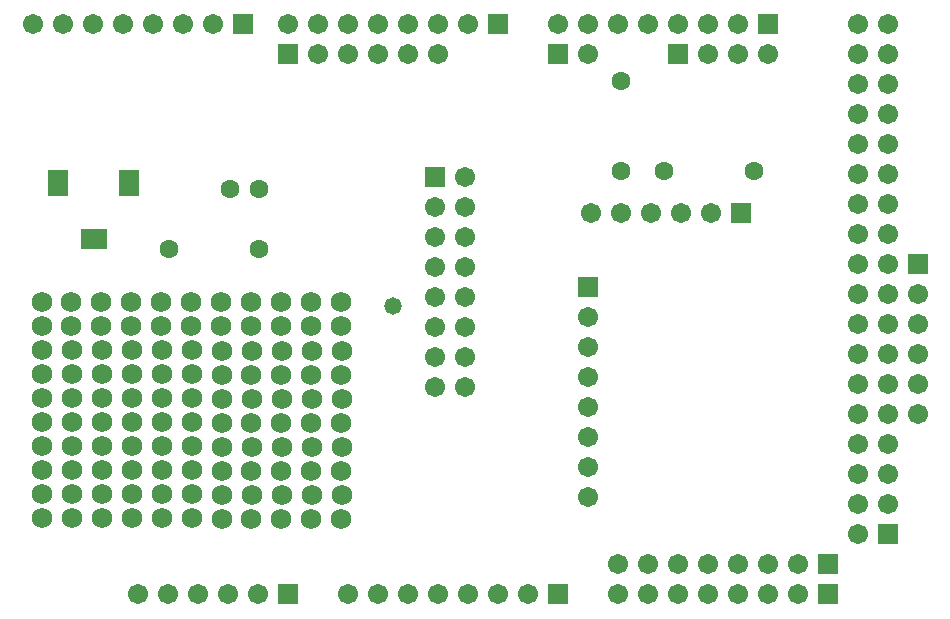
<source format=gbs>
G04*
G04 #@! TF.GenerationSoftware,Altium Limited,Altium Designer,21.2.2 (38)*
G04*
G04 Layer_Color=16711935*
%FSLAX25Y25*%
%MOIN*%
G70*
G04*
G04 #@! TF.SameCoordinates,29F7D32E-A79C-4082-AA7E-55410590E176*
G04*
G04*
G04 #@! TF.FilePolarity,Negative*
G04*
G01*
G75*
%ADD15R,0.06706X0.06706*%
%ADD16C,0.06706*%
%ADD17R,0.06706X0.06706*%
%ADD18C,0.06800*%
%ADD19C,0.06312*%
%ADD20R,0.06706X0.09068*%
%ADD21R,0.09068X0.06706*%
%ADD22C,0.05800*%
D15*
X589000Y312000D02*
D03*
X428000Y341000D02*
D03*
X479000Y304500D02*
D03*
X579000Y222000D02*
D03*
D16*
X589000Y302000D02*
D03*
Y292000D02*
D03*
Y282000D02*
D03*
Y272000D02*
D03*
Y262000D02*
D03*
X480000Y329000D02*
D03*
X490000D02*
D03*
X500000D02*
D03*
X510000D02*
D03*
X520000D02*
D03*
X438000Y271000D02*
D03*
X428000D02*
D03*
X438000Y281000D02*
D03*
X428000D02*
D03*
X438000Y291000D02*
D03*
X428000D02*
D03*
X438000Y301000D02*
D03*
X428000D02*
D03*
X438000Y311000D02*
D03*
X428000D02*
D03*
X438000Y321000D02*
D03*
X428000D02*
D03*
X438000Y331000D02*
D03*
X428000D02*
D03*
X438000Y341000D02*
D03*
X479000Y234500D02*
D03*
Y244500D02*
D03*
Y254500D02*
D03*
Y264500D02*
D03*
Y274500D02*
D03*
Y284500D02*
D03*
Y294500D02*
D03*
X489000Y212000D02*
D03*
X499000D02*
D03*
X509000D02*
D03*
X519000D02*
D03*
X529000D02*
D03*
X539000D02*
D03*
X549000D02*
D03*
X429000Y382000D02*
D03*
X419000D02*
D03*
X409000D02*
D03*
X399000D02*
D03*
X389000D02*
D03*
X479000D02*
D03*
X519000D02*
D03*
X529000D02*
D03*
X539000D02*
D03*
X569000Y392000D02*
D03*
X579000D02*
D03*
X569000Y382000D02*
D03*
X579000D02*
D03*
X569000Y372000D02*
D03*
X579000D02*
D03*
X569000Y362000D02*
D03*
X579000D02*
D03*
X569000Y352000D02*
D03*
X579000D02*
D03*
X569000Y342000D02*
D03*
X579000D02*
D03*
X569000Y332000D02*
D03*
X579000D02*
D03*
X569000Y322000D02*
D03*
X579000D02*
D03*
X569000Y312000D02*
D03*
X579000D02*
D03*
X569000Y302000D02*
D03*
X579000D02*
D03*
X569000Y292000D02*
D03*
X579000D02*
D03*
X569000Y282000D02*
D03*
X579000D02*
D03*
X569000Y272000D02*
D03*
X579000D02*
D03*
X569000Y262000D02*
D03*
X579000D02*
D03*
X569000Y252000D02*
D03*
X579000D02*
D03*
X569000Y242000D02*
D03*
X579000D02*
D03*
X569000Y232000D02*
D03*
X579000D02*
D03*
X569000Y222000D02*
D03*
X459000Y202000D02*
D03*
X449000D02*
D03*
X439000D02*
D03*
X429000D02*
D03*
X419000D02*
D03*
X409000D02*
D03*
X399000D02*
D03*
X549000D02*
D03*
X539000D02*
D03*
X529000D02*
D03*
X519000D02*
D03*
X509000D02*
D03*
X499000D02*
D03*
X489000D02*
D03*
X354000Y392000D02*
D03*
X344000D02*
D03*
X334000D02*
D03*
X324000D02*
D03*
X314000D02*
D03*
X304000D02*
D03*
X294000D02*
D03*
X439000D02*
D03*
X429000D02*
D03*
X419000D02*
D03*
X409000D02*
D03*
X399000D02*
D03*
X389000D02*
D03*
X379000D02*
D03*
X329000Y202000D02*
D03*
X339000D02*
D03*
X349000D02*
D03*
X359000D02*
D03*
X369000D02*
D03*
X469000Y392000D02*
D03*
X479000D02*
D03*
X489000D02*
D03*
X499000D02*
D03*
X509000D02*
D03*
X519000D02*
D03*
X529000D02*
D03*
D17*
X530000Y329000D02*
D03*
X559000Y212000D02*
D03*
X379000Y382000D02*
D03*
X469000D02*
D03*
X509000D02*
D03*
X469000Y202000D02*
D03*
X559000D02*
D03*
X364000Y392000D02*
D03*
X449000D02*
D03*
X379000Y202000D02*
D03*
X539000Y392000D02*
D03*
D18*
X297076Y235316D02*
D03*
X307011Y235241D02*
D03*
X317011D02*
D03*
X327011D02*
D03*
X337011D02*
D03*
X347011D02*
D03*
X396938Y235047D02*
D03*
X386938D02*
D03*
X376938D02*
D03*
X366938D02*
D03*
X357003Y235123D02*
D03*
X356986Y227132D02*
D03*
X366920Y227056D02*
D03*
X376920D02*
D03*
X386920D02*
D03*
X396920D02*
D03*
X346994Y227249D02*
D03*
X336994D02*
D03*
X326994D02*
D03*
X316994D02*
D03*
X306994D02*
D03*
X297059Y227325D02*
D03*
X297076Y251316D02*
D03*
X307011Y251240D02*
D03*
X317011D02*
D03*
X327011D02*
D03*
X337011D02*
D03*
X347011D02*
D03*
X396938Y251047D02*
D03*
X386938D02*
D03*
X376938D02*
D03*
X366938D02*
D03*
X357003Y251123D02*
D03*
X356986Y243132D02*
D03*
X366920Y243056D02*
D03*
X376920D02*
D03*
X386920D02*
D03*
X396920D02*
D03*
X346994Y243249D02*
D03*
X336994D02*
D03*
X326994D02*
D03*
X316994D02*
D03*
X306994D02*
D03*
X297059Y243325D02*
D03*
X297076Y267316D02*
D03*
X307011Y267241D02*
D03*
X317011D02*
D03*
X327011D02*
D03*
X337011D02*
D03*
X347011D02*
D03*
X396938Y267047D02*
D03*
X386938D02*
D03*
X376938D02*
D03*
X366938D02*
D03*
X357003Y267123D02*
D03*
X356986Y259132D02*
D03*
X366920Y259056D02*
D03*
X376920D02*
D03*
X386920D02*
D03*
X396920D02*
D03*
X346994Y259249D02*
D03*
X336994D02*
D03*
X326994D02*
D03*
X316994D02*
D03*
X306994D02*
D03*
X297059Y259325D02*
D03*
X297076Y283316D02*
D03*
X307011Y283241D02*
D03*
X317011D02*
D03*
X327011D02*
D03*
X337011D02*
D03*
X347011D02*
D03*
X396938Y283047D02*
D03*
X386938D02*
D03*
X376938D02*
D03*
X366938D02*
D03*
X357003Y283123D02*
D03*
X356986Y275132D02*
D03*
X366920Y275056D02*
D03*
X376920D02*
D03*
X386920D02*
D03*
X396920D02*
D03*
X346994Y275249D02*
D03*
X336994D02*
D03*
X326994D02*
D03*
X316994D02*
D03*
X306994D02*
D03*
X297059Y275325D02*
D03*
X296983Y291509D02*
D03*
X306918Y291433D02*
D03*
X316917D02*
D03*
X326918D02*
D03*
X336917D02*
D03*
X346918D02*
D03*
X396844Y291240D02*
D03*
X386844D02*
D03*
X376844D02*
D03*
X366844D02*
D03*
X356909Y291316D02*
D03*
X356927Y299307D02*
D03*
X366861Y299231D02*
D03*
X376861D02*
D03*
X386861D02*
D03*
X396861D02*
D03*
X346935Y299424D02*
D03*
X336935D02*
D03*
X326935D02*
D03*
X316935D02*
D03*
X306935D02*
D03*
X297000Y299500D02*
D03*
D19*
X369500Y317000D02*
D03*
X339500D02*
D03*
X504500Y343000D02*
D03*
X534500D02*
D03*
X490000D02*
D03*
Y373000D02*
D03*
X359658Y337000D02*
D03*
X369500D02*
D03*
D20*
X326122Y339000D02*
D03*
X302500D02*
D03*
D21*
X314311Y320496D02*
D03*
D22*
X414000Y298000D02*
D03*
M02*

</source>
